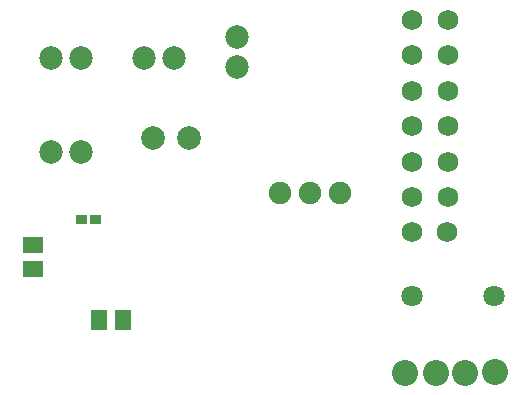
<source format=gts>
G04 Layer: TopSolderMaskLayer*
G04 EasyEDA v6.4.17, 2021-03-23T22:33:39--7:00*
G04 3eccf9d388c645d68adeeb00d2133a67,debd25b7e7f645e7808fdd9718494454,10*
G04 Gerber Generator version 0.2*
G04 Scale: 100 percent, Rotated: No, Reflected: No *
G04 Dimensions in millimeters *
G04 leading zeros omitted , absolute positions ,4 integer and 5 decimal *
%FSLAX45Y45*%
%MOMM*%

%ADD27C,1.7272*%
%ADD28C,2.0032*%
%ADD29C,1.9912*%
%ADD30C,1.8032*%
%ADD34C,2.2032*%
%ADD35C,1.9032*%

%LPD*%
D27*
G01*
X9416084Y6491401D03*
G01*
X9414205Y6190691D03*
G01*
X9417811Y6787591D03*
G01*
X9417811Y7088759D03*
G01*
X9416897Y7389926D03*
G01*
X9416897Y7689926D03*
G01*
X9416897Y7989925D03*
G01*
X9116898Y7989925D03*
G01*
X9116898Y7689926D03*
G01*
X9116898Y7389926D03*
G01*
X9116898Y7089927D03*
G01*
X9116898Y6789928D03*
G01*
X9116898Y6489928D03*
G01*
X9116898Y6189929D03*
D28*
G01*
X6923887Y6988200D03*
G01*
X7223886Y6988200D03*
D29*
G01*
X7099300Y7670800D03*
G01*
X6845300Y7670800D03*
D30*
G01*
X9811511Y5651500D03*
G01*
X9111513Y5651500D03*
G36*
X5821934Y6015228D02*
G01*
X5821934Y6151371D01*
X5989065Y6151371D01*
X5989065Y6015228D01*
G37*
G36*
X5821934Y5812028D02*
G01*
X5821934Y5948171D01*
X5989065Y5948171D01*
X5989065Y5812028D01*
G37*
G36*
X6396227Y5364734D02*
G01*
X6396227Y5531865D01*
X6532372Y5531865D01*
X6532372Y5364734D01*
G37*
G36*
X6599427Y5364734D02*
G01*
X6599427Y5531865D01*
X6735572Y5531865D01*
X6735572Y5364734D01*
G37*
G36*
X6270243Y6259068D02*
G01*
X6270243Y6339331D01*
X6360668Y6339331D01*
X6360668Y6259068D01*
G37*
G36*
X6390131Y6259068D02*
G01*
X6390131Y6339331D01*
X6480556Y6339331D01*
X6480556Y6259068D01*
G37*
D29*
G01*
X6311900Y6870700D03*
G01*
X6057900Y6870700D03*
G01*
X6311900Y7670800D03*
G01*
X6057900Y7670800D03*
G01*
X7632700Y7594600D03*
G01*
X7632700Y7848600D03*
D34*
G01*
X9561322Y5003800D03*
G01*
X9821418Y5004612D03*
G01*
X9314434Y5003800D03*
G01*
X9059418Y5003800D03*
D35*
G01*
X8501303Y6523634D03*
G01*
X8251113Y6523634D03*
G01*
X8001177Y6523634D03*
M02*

</source>
